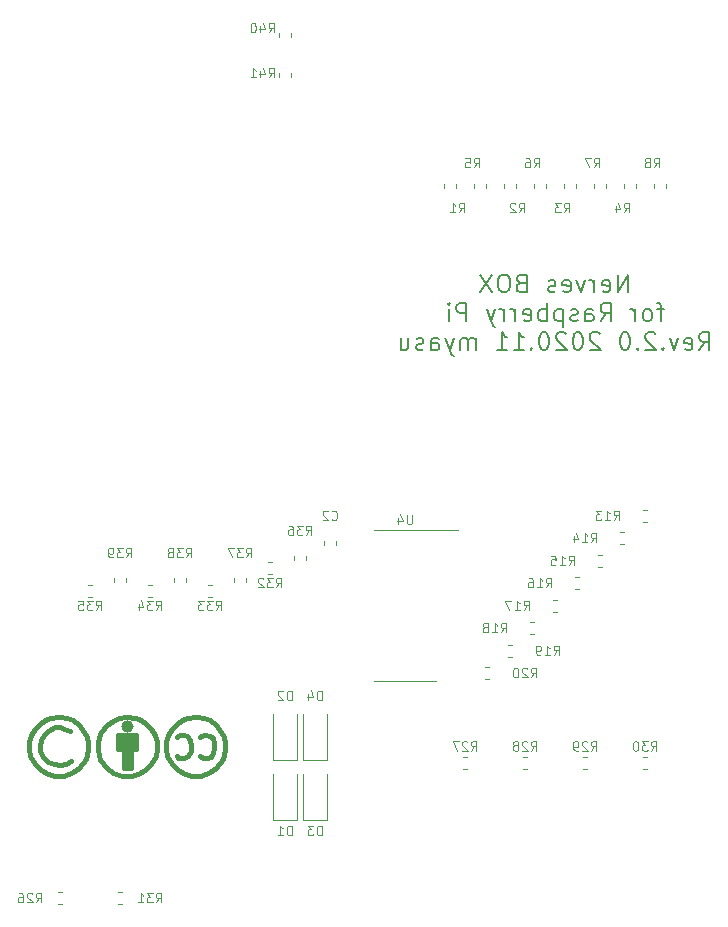
<source format=gbo>
G04 #@! TF.GenerationSoftware,KiCad,Pcbnew,(5.1.8)-1*
G04 #@! TF.CreationDate,2020-12-04T13:09:01+09:00*
G04 #@! TF.ProjectId,NBoxRpi,4e426f78-5270-4692-9e6b-696361645f70,Rev.2.1*
G04 #@! TF.SameCoordinates,Original*
G04 #@! TF.FileFunction,Legend,Bot*
G04 #@! TF.FilePolarity,Positive*
%FSLAX46Y46*%
G04 Gerber Fmt 4.6, Leading zero omitted, Abs format (unit mm)*
G04 Created by KiCad (PCBNEW (5.1.8)-1) date 2020-12-04 13:09:01*
%MOMM*%
%LPD*%
G01*
G04 APERTURE LIST*
%ADD10C,0.200000*%
%ADD11C,0.120000*%
%ADD12C,0.381000*%
G04 APERTURE END LIST*
D10*
X140798571Y-136658571D02*
X140798571Y-135158571D01*
X139941428Y-136658571D01*
X139941428Y-135158571D01*
X138655714Y-136587142D02*
X138798571Y-136658571D01*
X139084285Y-136658571D01*
X139227142Y-136587142D01*
X139298571Y-136444285D01*
X139298571Y-135872857D01*
X139227142Y-135730000D01*
X139084285Y-135658571D01*
X138798571Y-135658571D01*
X138655714Y-135730000D01*
X138584285Y-135872857D01*
X138584285Y-136015714D01*
X139298571Y-136158571D01*
X137941428Y-136658571D02*
X137941428Y-135658571D01*
X137941428Y-135944285D02*
X137870000Y-135801428D01*
X137798571Y-135730000D01*
X137655714Y-135658571D01*
X137512857Y-135658571D01*
X137155714Y-135658571D02*
X136798571Y-136658571D01*
X136441428Y-135658571D01*
X135298571Y-136587142D02*
X135441428Y-136658571D01*
X135727142Y-136658571D01*
X135870000Y-136587142D01*
X135941428Y-136444285D01*
X135941428Y-135872857D01*
X135870000Y-135730000D01*
X135727142Y-135658571D01*
X135441428Y-135658571D01*
X135298571Y-135730000D01*
X135227142Y-135872857D01*
X135227142Y-136015714D01*
X135941428Y-136158571D01*
X134655714Y-136587142D02*
X134512857Y-136658571D01*
X134227142Y-136658571D01*
X134084285Y-136587142D01*
X134012857Y-136444285D01*
X134012857Y-136372857D01*
X134084285Y-136230000D01*
X134227142Y-136158571D01*
X134441428Y-136158571D01*
X134584285Y-136087142D01*
X134655714Y-135944285D01*
X134655714Y-135872857D01*
X134584285Y-135730000D01*
X134441428Y-135658571D01*
X134227142Y-135658571D01*
X134084285Y-135730000D01*
X131727142Y-135872857D02*
X131512857Y-135944285D01*
X131441428Y-136015714D01*
X131370000Y-136158571D01*
X131370000Y-136372857D01*
X131441428Y-136515714D01*
X131512857Y-136587142D01*
X131655714Y-136658571D01*
X132227142Y-136658571D01*
X132227142Y-135158571D01*
X131727142Y-135158571D01*
X131584285Y-135230000D01*
X131512857Y-135301428D01*
X131441428Y-135444285D01*
X131441428Y-135587142D01*
X131512857Y-135730000D01*
X131584285Y-135801428D01*
X131727142Y-135872857D01*
X132227142Y-135872857D01*
X130441428Y-135158571D02*
X130155714Y-135158571D01*
X130012857Y-135230000D01*
X129870000Y-135372857D01*
X129798571Y-135658571D01*
X129798571Y-136158571D01*
X129870000Y-136444285D01*
X130012857Y-136587142D01*
X130155714Y-136658571D01*
X130441428Y-136658571D01*
X130584285Y-136587142D01*
X130727142Y-136444285D01*
X130798571Y-136158571D01*
X130798571Y-135658571D01*
X130727142Y-135372857D01*
X130584285Y-135230000D01*
X130441428Y-135158571D01*
X129298571Y-135158571D02*
X128298571Y-136658571D01*
X128298571Y-135158571D02*
X129298571Y-136658571D01*
X143834285Y-138108571D02*
X143262857Y-138108571D01*
X143620000Y-139108571D02*
X143620000Y-137822857D01*
X143548571Y-137680000D01*
X143405714Y-137608571D01*
X143262857Y-137608571D01*
X142548571Y-139108571D02*
X142691428Y-139037142D01*
X142762857Y-138965714D01*
X142834285Y-138822857D01*
X142834285Y-138394285D01*
X142762857Y-138251428D01*
X142691428Y-138180000D01*
X142548571Y-138108571D01*
X142334285Y-138108571D01*
X142191428Y-138180000D01*
X142120000Y-138251428D01*
X142048571Y-138394285D01*
X142048571Y-138822857D01*
X142120000Y-138965714D01*
X142191428Y-139037142D01*
X142334285Y-139108571D01*
X142548571Y-139108571D01*
X141405714Y-139108571D02*
X141405714Y-138108571D01*
X141405714Y-138394285D02*
X141334285Y-138251428D01*
X141262857Y-138180000D01*
X141120000Y-138108571D01*
X140977142Y-138108571D01*
X138477142Y-139108571D02*
X138977142Y-138394285D01*
X139334285Y-139108571D02*
X139334285Y-137608571D01*
X138762857Y-137608571D01*
X138620000Y-137680000D01*
X138548571Y-137751428D01*
X138477142Y-137894285D01*
X138477142Y-138108571D01*
X138548571Y-138251428D01*
X138620000Y-138322857D01*
X138762857Y-138394285D01*
X139334285Y-138394285D01*
X137191428Y-139108571D02*
X137191428Y-138322857D01*
X137262857Y-138180000D01*
X137405714Y-138108571D01*
X137691428Y-138108571D01*
X137834285Y-138180000D01*
X137191428Y-139037142D02*
X137334285Y-139108571D01*
X137691428Y-139108571D01*
X137834285Y-139037142D01*
X137905714Y-138894285D01*
X137905714Y-138751428D01*
X137834285Y-138608571D01*
X137691428Y-138537142D01*
X137334285Y-138537142D01*
X137191428Y-138465714D01*
X136548571Y-139037142D02*
X136405714Y-139108571D01*
X136120000Y-139108571D01*
X135977142Y-139037142D01*
X135905714Y-138894285D01*
X135905714Y-138822857D01*
X135977142Y-138680000D01*
X136120000Y-138608571D01*
X136334285Y-138608571D01*
X136477142Y-138537142D01*
X136548571Y-138394285D01*
X136548571Y-138322857D01*
X136477142Y-138180000D01*
X136334285Y-138108571D01*
X136120000Y-138108571D01*
X135977142Y-138180000D01*
X135262857Y-138108571D02*
X135262857Y-139608571D01*
X135262857Y-138180000D02*
X135120000Y-138108571D01*
X134834285Y-138108571D01*
X134691428Y-138180000D01*
X134620000Y-138251428D01*
X134548571Y-138394285D01*
X134548571Y-138822857D01*
X134620000Y-138965714D01*
X134691428Y-139037142D01*
X134834285Y-139108571D01*
X135120000Y-139108571D01*
X135262857Y-139037142D01*
X133905714Y-139108571D02*
X133905714Y-137608571D01*
X133905714Y-138180000D02*
X133762857Y-138108571D01*
X133477142Y-138108571D01*
X133334285Y-138180000D01*
X133262857Y-138251428D01*
X133191428Y-138394285D01*
X133191428Y-138822857D01*
X133262857Y-138965714D01*
X133334285Y-139037142D01*
X133477142Y-139108571D01*
X133762857Y-139108571D01*
X133905714Y-139037142D01*
X131977142Y-139037142D02*
X132120000Y-139108571D01*
X132405714Y-139108571D01*
X132548571Y-139037142D01*
X132620000Y-138894285D01*
X132620000Y-138322857D01*
X132548571Y-138180000D01*
X132405714Y-138108571D01*
X132120000Y-138108571D01*
X131977142Y-138180000D01*
X131905714Y-138322857D01*
X131905714Y-138465714D01*
X132620000Y-138608571D01*
X131262857Y-139108571D02*
X131262857Y-138108571D01*
X131262857Y-138394285D02*
X131191428Y-138251428D01*
X131120000Y-138180000D01*
X130977142Y-138108571D01*
X130834285Y-138108571D01*
X130334285Y-139108571D02*
X130334285Y-138108571D01*
X130334285Y-138394285D02*
X130262857Y-138251428D01*
X130191428Y-138180000D01*
X130048571Y-138108571D01*
X129905714Y-138108571D01*
X129548571Y-138108571D02*
X129191428Y-139108571D01*
X128834285Y-138108571D02*
X129191428Y-139108571D01*
X129334285Y-139465714D01*
X129405714Y-139537142D01*
X129548571Y-139608571D01*
X127120000Y-139108571D02*
X127120000Y-137608571D01*
X126548571Y-137608571D01*
X126405714Y-137680000D01*
X126334285Y-137751428D01*
X126262857Y-137894285D01*
X126262857Y-138108571D01*
X126334285Y-138251428D01*
X126405714Y-138322857D01*
X126548571Y-138394285D01*
X127120000Y-138394285D01*
X125620000Y-139108571D02*
X125620000Y-138108571D01*
X125620000Y-137608571D02*
X125691428Y-137680000D01*
X125620000Y-137751428D01*
X125548571Y-137680000D01*
X125620000Y-137608571D01*
X125620000Y-137751428D01*
X146834285Y-141558571D02*
X147334285Y-140844285D01*
X147691428Y-141558571D02*
X147691428Y-140058571D01*
X147120000Y-140058571D01*
X146977142Y-140130000D01*
X146905714Y-140201428D01*
X146834285Y-140344285D01*
X146834285Y-140558571D01*
X146905714Y-140701428D01*
X146977142Y-140772857D01*
X147120000Y-140844285D01*
X147691428Y-140844285D01*
X145620000Y-141487142D02*
X145762857Y-141558571D01*
X146048571Y-141558571D01*
X146191428Y-141487142D01*
X146262857Y-141344285D01*
X146262857Y-140772857D01*
X146191428Y-140630000D01*
X146048571Y-140558571D01*
X145762857Y-140558571D01*
X145620000Y-140630000D01*
X145548571Y-140772857D01*
X145548571Y-140915714D01*
X146262857Y-141058571D01*
X145048571Y-140558571D02*
X144691428Y-141558571D01*
X144334285Y-140558571D01*
X143762857Y-141415714D02*
X143691428Y-141487142D01*
X143762857Y-141558571D01*
X143834285Y-141487142D01*
X143762857Y-141415714D01*
X143762857Y-141558571D01*
X143120000Y-140201428D02*
X143048571Y-140130000D01*
X142905714Y-140058571D01*
X142548571Y-140058571D01*
X142405714Y-140130000D01*
X142334285Y-140201428D01*
X142262857Y-140344285D01*
X142262857Y-140487142D01*
X142334285Y-140701428D01*
X143191428Y-141558571D01*
X142262857Y-141558571D01*
X141620000Y-141415714D02*
X141548571Y-141487142D01*
X141620000Y-141558571D01*
X141691428Y-141487142D01*
X141620000Y-141415714D01*
X141620000Y-141558571D01*
X140620000Y-140058571D02*
X140477142Y-140058571D01*
X140334285Y-140130000D01*
X140262857Y-140201428D01*
X140191428Y-140344285D01*
X140120000Y-140630000D01*
X140120000Y-140987142D01*
X140191428Y-141272857D01*
X140262857Y-141415714D01*
X140334285Y-141487142D01*
X140477142Y-141558571D01*
X140620000Y-141558571D01*
X140762857Y-141487142D01*
X140834285Y-141415714D01*
X140905714Y-141272857D01*
X140977142Y-140987142D01*
X140977142Y-140630000D01*
X140905714Y-140344285D01*
X140834285Y-140201428D01*
X140762857Y-140130000D01*
X140620000Y-140058571D01*
X138405714Y-140201428D02*
X138334285Y-140130000D01*
X138191428Y-140058571D01*
X137834285Y-140058571D01*
X137691428Y-140130000D01*
X137620000Y-140201428D01*
X137548571Y-140344285D01*
X137548571Y-140487142D01*
X137620000Y-140701428D01*
X138477142Y-141558571D01*
X137548571Y-141558571D01*
X136620000Y-140058571D02*
X136477142Y-140058571D01*
X136334285Y-140130000D01*
X136262857Y-140201428D01*
X136191428Y-140344285D01*
X136120000Y-140630000D01*
X136120000Y-140987142D01*
X136191428Y-141272857D01*
X136262857Y-141415714D01*
X136334285Y-141487142D01*
X136477142Y-141558571D01*
X136620000Y-141558571D01*
X136762857Y-141487142D01*
X136834285Y-141415714D01*
X136905714Y-141272857D01*
X136977142Y-140987142D01*
X136977142Y-140630000D01*
X136905714Y-140344285D01*
X136834285Y-140201428D01*
X136762857Y-140130000D01*
X136620000Y-140058571D01*
X135548571Y-140201428D02*
X135477142Y-140130000D01*
X135334285Y-140058571D01*
X134977142Y-140058571D01*
X134834285Y-140130000D01*
X134762857Y-140201428D01*
X134691428Y-140344285D01*
X134691428Y-140487142D01*
X134762857Y-140701428D01*
X135620000Y-141558571D01*
X134691428Y-141558571D01*
X133762857Y-140058571D02*
X133620000Y-140058571D01*
X133477142Y-140130000D01*
X133405714Y-140201428D01*
X133334285Y-140344285D01*
X133262857Y-140630000D01*
X133262857Y-140987142D01*
X133334285Y-141272857D01*
X133405714Y-141415714D01*
X133477142Y-141487142D01*
X133620000Y-141558571D01*
X133762857Y-141558571D01*
X133905714Y-141487142D01*
X133977142Y-141415714D01*
X134048571Y-141272857D01*
X134120000Y-140987142D01*
X134120000Y-140630000D01*
X134048571Y-140344285D01*
X133977142Y-140201428D01*
X133905714Y-140130000D01*
X133762857Y-140058571D01*
X132620000Y-141415714D02*
X132548571Y-141487142D01*
X132620000Y-141558571D01*
X132691428Y-141487142D01*
X132620000Y-141415714D01*
X132620000Y-141558571D01*
X131120000Y-141558571D02*
X131977142Y-141558571D01*
X131548571Y-141558571D02*
X131548571Y-140058571D01*
X131691428Y-140272857D01*
X131834285Y-140415714D01*
X131977142Y-140487142D01*
X129691428Y-141558571D02*
X130548571Y-141558571D01*
X130120000Y-141558571D02*
X130120000Y-140058571D01*
X130262857Y-140272857D01*
X130405714Y-140415714D01*
X130548571Y-140487142D01*
X127905714Y-141558571D02*
X127905714Y-140558571D01*
X127905714Y-140701428D02*
X127834285Y-140630000D01*
X127691428Y-140558571D01*
X127477142Y-140558571D01*
X127334285Y-140630000D01*
X127262857Y-140772857D01*
X127262857Y-141558571D01*
X127262857Y-140772857D02*
X127191428Y-140630000D01*
X127048571Y-140558571D01*
X126834285Y-140558571D01*
X126691428Y-140630000D01*
X126620000Y-140772857D01*
X126620000Y-141558571D01*
X126048571Y-140558571D02*
X125691428Y-141558571D01*
X125334285Y-140558571D02*
X125691428Y-141558571D01*
X125834285Y-141915714D01*
X125905714Y-141987142D01*
X126048571Y-142058571D01*
X124120000Y-141558571D02*
X124120000Y-140772857D01*
X124191428Y-140630000D01*
X124334285Y-140558571D01*
X124620000Y-140558571D01*
X124762857Y-140630000D01*
X124120000Y-141487142D02*
X124262857Y-141558571D01*
X124620000Y-141558571D01*
X124762857Y-141487142D01*
X124834285Y-141344285D01*
X124834285Y-141201428D01*
X124762857Y-141058571D01*
X124620000Y-140987142D01*
X124262857Y-140987142D01*
X124120000Y-140915714D01*
X123477142Y-141487142D02*
X123334285Y-141558571D01*
X123048571Y-141558571D01*
X122905714Y-141487142D01*
X122834285Y-141344285D01*
X122834285Y-141272857D01*
X122905714Y-141130000D01*
X123048571Y-141058571D01*
X123262857Y-141058571D01*
X123405714Y-140987142D01*
X123477142Y-140844285D01*
X123477142Y-140772857D01*
X123405714Y-140630000D01*
X123262857Y-140558571D01*
X123048571Y-140558571D01*
X122905714Y-140630000D01*
X121548571Y-140558571D02*
X121548571Y-141558571D01*
X122191428Y-140558571D02*
X122191428Y-141344285D01*
X122120000Y-141487142D01*
X121977142Y-141558571D01*
X121762857Y-141558571D01*
X121620000Y-141487142D01*
X121548571Y-141415714D01*
D11*
G04 #@! TO.C,R41*
X112270000Y-118113733D02*
X112270000Y-118456267D01*
X111250000Y-118113733D02*
X111250000Y-118456267D01*
G04 #@! TO.C,R40*
X111250000Y-115041267D02*
X111250000Y-114698733D01*
X112270000Y-115041267D02*
X112270000Y-114698733D01*
G04 #@! TO.C,R39*
X97280000Y-160878733D02*
X97280000Y-161221267D01*
X98300000Y-160878733D02*
X98300000Y-161221267D01*
G04 #@! TO.C,R38*
X102360000Y-160878733D02*
X102360000Y-161221267D01*
X103380000Y-160878733D02*
X103380000Y-161221267D01*
G04 #@! TO.C,R37*
X107440000Y-160878733D02*
X107440000Y-161221267D01*
X108460000Y-160878733D02*
X108460000Y-161221267D01*
G04 #@! TO.C,R36*
X112520000Y-158973733D02*
X112520000Y-159316267D01*
X113540000Y-158973733D02*
X113540000Y-159316267D01*
G04 #@! TO.C,R35*
X95421267Y-161415000D02*
X95078733Y-161415000D01*
X95421267Y-162435000D02*
X95078733Y-162435000D01*
G04 #@! TO.C,R34*
X100501267Y-161415000D02*
X100158733Y-161415000D01*
X100501267Y-162435000D02*
X100158733Y-162435000D01*
G04 #@! TO.C,R33*
X105581267Y-161415000D02*
X105238733Y-161415000D01*
X105581267Y-162435000D02*
X105238733Y-162435000D01*
G04 #@! TO.C,R32*
X110661267Y-159510000D02*
X110318733Y-159510000D01*
X110661267Y-160530000D02*
X110318733Y-160530000D01*
G04 #@! TO.C,R20*
X128733733Y-168400000D02*
X129076267Y-168400000D01*
X128733733Y-169420000D02*
X129076267Y-169420000D01*
G04 #@! TO.C,R19*
X130638733Y-166495000D02*
X130981267Y-166495000D01*
X130638733Y-167515000D02*
X130981267Y-167515000D01*
G04 #@! TO.C,R18*
X132543733Y-164590000D02*
X132886267Y-164590000D01*
X132543733Y-165610000D02*
X132886267Y-165610000D01*
G04 #@! TO.C,R17*
X134448733Y-162685000D02*
X134791267Y-162685000D01*
X134448733Y-163705000D02*
X134791267Y-163705000D01*
G04 #@! TO.C,R16*
X136353733Y-160780000D02*
X136696267Y-160780000D01*
X136353733Y-161800000D02*
X136696267Y-161800000D01*
G04 #@! TO.C,R15*
X138258733Y-158875000D02*
X138601267Y-158875000D01*
X138258733Y-159895000D02*
X138601267Y-159895000D01*
G04 #@! TO.C,R14*
X140163733Y-156970000D02*
X140506267Y-156970000D01*
X140163733Y-157990000D02*
X140506267Y-157990000D01*
G04 #@! TO.C,R13*
X142068733Y-155065000D02*
X142411267Y-155065000D01*
X142068733Y-156085000D02*
X142411267Y-156085000D01*
G04 #@! TO.C,R31*
X97618733Y-187450000D02*
X97961267Y-187450000D01*
X97618733Y-188470000D02*
X97961267Y-188470000D01*
G04 #@! TO.C,R26*
X92538733Y-187450000D02*
X92881267Y-187450000D01*
X92538733Y-188470000D02*
X92881267Y-188470000D01*
G04 #@! TO.C,R8*
X144020000Y-127463733D02*
X144020000Y-127806267D01*
X143000000Y-127463733D02*
X143000000Y-127806267D01*
G04 #@! TO.C,R7*
X138940000Y-127463733D02*
X138940000Y-127806267D01*
X137920000Y-127463733D02*
X137920000Y-127806267D01*
G04 #@! TO.C,R6*
X133860000Y-127463733D02*
X133860000Y-127806267D01*
X132840000Y-127463733D02*
X132840000Y-127806267D01*
G04 #@! TO.C,R5*
X128780000Y-127463733D02*
X128780000Y-127806267D01*
X127760000Y-127463733D02*
X127760000Y-127806267D01*
G04 #@! TO.C,D4*
X115300000Y-176240000D02*
X115300000Y-172340000D01*
X113300000Y-176240000D02*
X113300000Y-172340000D01*
X115300000Y-176240000D02*
X113300000Y-176240000D01*
G04 #@! TO.C,D3*
X115300000Y-181320000D02*
X115300000Y-177420000D01*
X113300000Y-181320000D02*
X113300000Y-177420000D01*
X115300000Y-181320000D02*
X113300000Y-181320000D01*
G04 #@! TO.C,D2*
X112760000Y-176240000D02*
X112760000Y-172340000D01*
X110760000Y-176240000D02*
X110760000Y-172340000D01*
X112760000Y-176240000D02*
X110760000Y-176240000D01*
G04 #@! TO.C,D1*
X112760000Y-181320000D02*
X112760000Y-177420000D01*
X110760000Y-181320000D02*
X110760000Y-177420000D01*
X112760000Y-181320000D02*
X110760000Y-181320000D01*
D12*
G04 #@! TO.C,H2*
X102679360Y-177108180D02*
X102181520Y-176610340D01*
X106380140Y-173910320D02*
X106580800Y-174309100D01*
X102181520Y-173608060D02*
X102679360Y-173110220D01*
X103781720Y-175507980D02*
X103581060Y-175909300D01*
X105780700Y-174809480D02*
X105780700Y-175208260D01*
X101681140Y-174710420D02*
X101879260Y-174108440D01*
X104579280Y-174309100D02*
X104680880Y-174210040D01*
X105480980Y-176008360D02*
X105181260Y-176109960D01*
X104779940Y-176109960D02*
X104579280Y-175909300D01*
X103880780Y-177608560D02*
X103281340Y-177410440D01*
X103179740Y-172807960D02*
X103581060Y-172708900D01*
X103581060Y-172708900D02*
X104180500Y-172609840D01*
X103479460Y-174210040D02*
X103680120Y-174608820D01*
X103281340Y-177410440D02*
X102679360Y-177108180D01*
X102679360Y-174210040D02*
X102880020Y-174108440D01*
X102880020Y-174108440D02*
X103179740Y-174108440D01*
X106679860Y-175408920D02*
X106481740Y-176209020D01*
X101681140Y-175309860D02*
X101681140Y-174710420D01*
X102981620Y-176109960D02*
X102679360Y-176109960D01*
X103179740Y-176109960D02*
X102981620Y-176109960D01*
X105879760Y-176910060D02*
X105379380Y-177308840D01*
X104680880Y-174210040D02*
X104980600Y-174108440D01*
X104279560Y-172609840D02*
X104881540Y-172708900D01*
X102580300Y-174309100D02*
X102679360Y-174210040D01*
X105379380Y-177308840D02*
X104680880Y-177608560D01*
X104680880Y-177608560D02*
X103880780Y-177608560D01*
X103581060Y-175909300D02*
X103179740Y-176109960D01*
X106679860Y-174809480D02*
X106679860Y-175408920D01*
X105681640Y-175708640D02*
X105480980Y-176008360D01*
X105379380Y-172909560D02*
X105879760Y-173308340D01*
X102181520Y-176610340D02*
X101780200Y-175909300D01*
X105379380Y-174210040D02*
X105681640Y-174408160D01*
X104881540Y-172708900D02*
X105379380Y-172909560D01*
X104980600Y-174108440D02*
X105379380Y-174210040D01*
X106580800Y-174309100D02*
X106679860Y-174809480D01*
X102679360Y-176109960D02*
X102580300Y-175909300D01*
X105780700Y-175208260D02*
X105681640Y-175708640D01*
X101780200Y-175909300D02*
X101681140Y-175309860D01*
X101879260Y-174108440D02*
X102181520Y-173608060D01*
X105879760Y-173308340D02*
X106380140Y-173910320D01*
X105181260Y-176109960D02*
X104779940Y-176109960D01*
X104180500Y-172609840D02*
X104279560Y-172609840D01*
X102679360Y-173110220D02*
X103179740Y-172807960D01*
X106481740Y-176209020D02*
X105879760Y-176910060D01*
X103680120Y-174608820D02*
X103781720Y-175109200D01*
X103781720Y-175109200D02*
X103781720Y-175507980D01*
X103179740Y-174108440D02*
X103479460Y-174210040D01*
X105681640Y-174408160D02*
X105780700Y-174809480D01*
X93083380Y-173606460D02*
X93583760Y-173807120D01*
X94282260Y-173306740D02*
X94782640Y-173908720D01*
X90982800Y-175506380D02*
X90982800Y-175107600D01*
X91282520Y-176006760D02*
X90982800Y-175506380D01*
X90982800Y-175107600D02*
X91081860Y-174607220D01*
X91081860Y-174607220D02*
X91384120Y-174106840D01*
X91384120Y-174106840D02*
X91683840Y-173807120D01*
X91683840Y-173807120D02*
X92283280Y-173507400D01*
X91683840Y-176408080D02*
X91282520Y-176006760D01*
X92283280Y-173507400D02*
X92682060Y-173507400D01*
X92583000Y-172608240D02*
X92682060Y-172608240D01*
X92184220Y-176608740D02*
X91683840Y-176408080D01*
X93781880Y-172907960D02*
X94282260Y-173306740D01*
X92682060Y-176707800D02*
X92184220Y-176608740D01*
X92682060Y-173507400D02*
X93083380Y-173606460D01*
X93284040Y-172707300D02*
X93781880Y-172907960D01*
X94782640Y-173908720D02*
X94983300Y-174307500D01*
X92682060Y-172608240D02*
X93284040Y-172707300D01*
X94983300Y-174307500D02*
X95082360Y-174807880D01*
X95082360Y-174807880D02*
X95082360Y-175407320D01*
X93682820Y-176306480D02*
X93182440Y-176608740D01*
X93182440Y-176608740D02*
X92682060Y-176707800D01*
X95082360Y-175407320D02*
X94884240Y-176207420D01*
X94884240Y-176207420D02*
X94282260Y-176908460D01*
X94282260Y-176908460D02*
X93781880Y-177307240D01*
X90083640Y-174708820D02*
X90281760Y-174106840D01*
X92283280Y-177606960D02*
X91683840Y-177408840D01*
X91081860Y-177106580D02*
X90584020Y-176608740D01*
X91081860Y-173108620D02*
X91582240Y-172806360D01*
X90584020Y-173606460D02*
X91081860Y-173108620D01*
X90083640Y-175308260D02*
X90083640Y-174708820D01*
X91983560Y-172707300D02*
X92583000Y-172608240D01*
X93083380Y-177606960D02*
X92283280Y-177606960D01*
X90281760Y-174106840D02*
X90584020Y-173606460D01*
X91582240Y-172806360D02*
X91983560Y-172707300D01*
X93781880Y-177307240D02*
X93083380Y-177606960D01*
X90182700Y-175907700D02*
X90083640Y-175308260D01*
X91683840Y-177408840D02*
X91081860Y-177106580D01*
X90584020Y-176608740D02*
X90182700Y-175907700D01*
X96725740Y-176926240D02*
X97226120Y-177325020D01*
X97624900Y-174124620D02*
X99126040Y-174124620D01*
X99126040Y-174124620D02*
X99126040Y-175326040D01*
X98740666Y-173426120D02*
G75*
G03*
X98740666Y-173426120I-315666J0D01*
G01*
X98724720Y-177624740D02*
X99324160Y-177426620D01*
X98325940Y-172626020D02*
X97723960Y-172725080D01*
X98125280Y-176926240D02*
X98625660Y-176926240D01*
X98125280Y-175425100D02*
X98125280Y-176926240D01*
X96024700Y-174325280D02*
X95925640Y-174825660D01*
X96123760Y-176225200D02*
X96725740Y-176926240D01*
X100423980Y-176626520D02*
X100825300Y-175925480D01*
X98724720Y-176926240D02*
X98724720Y-175326040D01*
X95925640Y-175425100D02*
X96123760Y-176225200D01*
X97924620Y-177624740D02*
X98724720Y-177624740D01*
X100924360Y-175326040D02*
X100924360Y-174726600D01*
X99926140Y-173126400D02*
X99425760Y-172824140D01*
X97723960Y-172725080D02*
X97226120Y-172925740D01*
X99425760Y-172824140D02*
X99024440Y-172725080D01*
X99024440Y-172725080D02*
X98425000Y-172626020D01*
X96725740Y-173324520D02*
X96225360Y-173926500D01*
X98425000Y-175425100D02*
X98425000Y-176725580D01*
X98925380Y-174726600D02*
X97723960Y-174726600D01*
X97723960Y-174424340D02*
X99024440Y-174424340D01*
X98524060Y-176926240D02*
X98724720Y-176926240D01*
X99126040Y-175326040D02*
X97624900Y-175326040D01*
X97624900Y-175326040D02*
X97624900Y-174124620D01*
X96225360Y-173926500D02*
X96024700Y-174325280D01*
X99926140Y-177124360D02*
X100423980Y-176626520D01*
X100924360Y-174726600D02*
X100726240Y-174124620D01*
X100726240Y-174124620D02*
X100423980Y-173624240D01*
X97624900Y-175026320D02*
X98925380Y-175026320D01*
X99324160Y-177426620D02*
X99926140Y-177124360D01*
X98425000Y-172626020D02*
X98325940Y-172626020D01*
X100825300Y-175925480D02*
X100924360Y-175326040D01*
X97226120Y-177325020D02*
X97924620Y-177624740D01*
X100423980Y-173624240D02*
X99926140Y-173126400D01*
X97226120Y-172925740D02*
X96725740Y-173324520D01*
X95925640Y-174825660D02*
X95925640Y-175425100D01*
X98425000Y-173225460D02*
X98425000Y-173624240D01*
D11*
G04 #@! TO.C,U4*
X121920000Y-156785000D02*
X126370000Y-156785000D01*
X121920000Y-156785000D02*
X119270000Y-156785000D01*
X121920000Y-169605000D02*
X124570000Y-169605000D01*
X121920000Y-169605000D02*
X119270000Y-169605000D01*
G04 #@! TO.C,R30*
X142411267Y-177040000D02*
X142068733Y-177040000D01*
X142411267Y-176020000D02*
X142068733Y-176020000D01*
G04 #@! TO.C,R29*
X137331267Y-177040000D02*
X136988733Y-177040000D01*
X137331267Y-176020000D02*
X136988733Y-176020000D01*
G04 #@! TO.C,R28*
X132251267Y-177040000D02*
X131908733Y-177040000D01*
X132251267Y-176020000D02*
X131908733Y-176020000D01*
G04 #@! TO.C,R27*
X127171267Y-177040000D02*
X126828733Y-177040000D01*
X127171267Y-176020000D02*
X126828733Y-176020000D01*
G04 #@! TO.C,R4*
X140460000Y-127806267D02*
X140460000Y-127463733D01*
X141480000Y-127806267D02*
X141480000Y-127463733D01*
G04 #@! TO.C,R3*
X135380000Y-127806267D02*
X135380000Y-127463733D01*
X136400000Y-127806267D02*
X136400000Y-127463733D01*
G04 #@! TO.C,R2*
X130300000Y-127806267D02*
X130300000Y-127463733D01*
X131320000Y-127806267D02*
X131320000Y-127463733D01*
G04 #@! TO.C,R1*
X125220000Y-127806267D02*
X125220000Y-127463733D01*
X126240000Y-127806267D02*
X126240000Y-127463733D01*
G04 #@! TO.C,C2*
X116080000Y-157703733D02*
X116080000Y-158046267D01*
X115060000Y-157703733D02*
X115060000Y-158046267D01*
G04 #@! TO.C,R41*
X110369285Y-118471904D02*
X110635952Y-118090952D01*
X110826428Y-118471904D02*
X110826428Y-117671904D01*
X110521666Y-117671904D01*
X110445476Y-117710000D01*
X110407380Y-117748095D01*
X110369285Y-117824285D01*
X110369285Y-117938571D01*
X110407380Y-118014761D01*
X110445476Y-118052857D01*
X110521666Y-118090952D01*
X110826428Y-118090952D01*
X109683571Y-117938571D02*
X109683571Y-118471904D01*
X109874047Y-117633809D02*
X110064523Y-118205238D01*
X109569285Y-118205238D01*
X108845476Y-118471904D02*
X109302619Y-118471904D01*
X109074047Y-118471904D02*
X109074047Y-117671904D01*
X109150238Y-117786190D01*
X109226428Y-117862380D01*
X109302619Y-117900476D01*
G04 #@! TO.C,R40*
X110369285Y-114661904D02*
X110635952Y-114280952D01*
X110826428Y-114661904D02*
X110826428Y-113861904D01*
X110521666Y-113861904D01*
X110445476Y-113900000D01*
X110407380Y-113938095D01*
X110369285Y-114014285D01*
X110369285Y-114128571D01*
X110407380Y-114204761D01*
X110445476Y-114242857D01*
X110521666Y-114280952D01*
X110826428Y-114280952D01*
X109683571Y-114128571D02*
X109683571Y-114661904D01*
X109874047Y-113823809D02*
X110064523Y-114395238D01*
X109569285Y-114395238D01*
X109112142Y-113861904D02*
X109035952Y-113861904D01*
X108959761Y-113900000D01*
X108921666Y-113938095D01*
X108883571Y-114014285D01*
X108845476Y-114166666D01*
X108845476Y-114357142D01*
X108883571Y-114509523D01*
X108921666Y-114585714D01*
X108959761Y-114623809D01*
X109035952Y-114661904D01*
X109112142Y-114661904D01*
X109188333Y-114623809D01*
X109226428Y-114585714D01*
X109264523Y-114509523D01*
X109302619Y-114357142D01*
X109302619Y-114166666D01*
X109264523Y-114014285D01*
X109226428Y-113938095D01*
X109188333Y-113900000D01*
X109112142Y-113861904D01*
G04 #@! TO.C,R39*
X98304285Y-159111904D02*
X98570952Y-158730952D01*
X98761428Y-159111904D02*
X98761428Y-158311904D01*
X98456666Y-158311904D01*
X98380476Y-158350000D01*
X98342380Y-158388095D01*
X98304285Y-158464285D01*
X98304285Y-158578571D01*
X98342380Y-158654761D01*
X98380476Y-158692857D01*
X98456666Y-158730952D01*
X98761428Y-158730952D01*
X98037619Y-158311904D02*
X97542380Y-158311904D01*
X97809047Y-158616666D01*
X97694761Y-158616666D01*
X97618571Y-158654761D01*
X97580476Y-158692857D01*
X97542380Y-158769047D01*
X97542380Y-158959523D01*
X97580476Y-159035714D01*
X97618571Y-159073809D01*
X97694761Y-159111904D01*
X97923333Y-159111904D01*
X97999523Y-159073809D01*
X98037619Y-159035714D01*
X97161428Y-159111904D02*
X97009047Y-159111904D01*
X96932857Y-159073809D01*
X96894761Y-159035714D01*
X96818571Y-158921428D01*
X96780476Y-158769047D01*
X96780476Y-158464285D01*
X96818571Y-158388095D01*
X96856666Y-158350000D01*
X96932857Y-158311904D01*
X97085238Y-158311904D01*
X97161428Y-158350000D01*
X97199523Y-158388095D01*
X97237619Y-158464285D01*
X97237619Y-158654761D01*
X97199523Y-158730952D01*
X97161428Y-158769047D01*
X97085238Y-158807142D01*
X96932857Y-158807142D01*
X96856666Y-158769047D01*
X96818571Y-158730952D01*
X96780476Y-158654761D01*
G04 #@! TO.C,R38*
X103384285Y-159111904D02*
X103650952Y-158730952D01*
X103841428Y-159111904D02*
X103841428Y-158311904D01*
X103536666Y-158311904D01*
X103460476Y-158350000D01*
X103422380Y-158388095D01*
X103384285Y-158464285D01*
X103384285Y-158578571D01*
X103422380Y-158654761D01*
X103460476Y-158692857D01*
X103536666Y-158730952D01*
X103841428Y-158730952D01*
X103117619Y-158311904D02*
X102622380Y-158311904D01*
X102889047Y-158616666D01*
X102774761Y-158616666D01*
X102698571Y-158654761D01*
X102660476Y-158692857D01*
X102622380Y-158769047D01*
X102622380Y-158959523D01*
X102660476Y-159035714D01*
X102698571Y-159073809D01*
X102774761Y-159111904D01*
X103003333Y-159111904D01*
X103079523Y-159073809D01*
X103117619Y-159035714D01*
X102165238Y-158654761D02*
X102241428Y-158616666D01*
X102279523Y-158578571D01*
X102317619Y-158502380D01*
X102317619Y-158464285D01*
X102279523Y-158388095D01*
X102241428Y-158350000D01*
X102165238Y-158311904D01*
X102012857Y-158311904D01*
X101936666Y-158350000D01*
X101898571Y-158388095D01*
X101860476Y-158464285D01*
X101860476Y-158502380D01*
X101898571Y-158578571D01*
X101936666Y-158616666D01*
X102012857Y-158654761D01*
X102165238Y-158654761D01*
X102241428Y-158692857D01*
X102279523Y-158730952D01*
X102317619Y-158807142D01*
X102317619Y-158959523D01*
X102279523Y-159035714D01*
X102241428Y-159073809D01*
X102165238Y-159111904D01*
X102012857Y-159111904D01*
X101936666Y-159073809D01*
X101898571Y-159035714D01*
X101860476Y-158959523D01*
X101860476Y-158807142D01*
X101898571Y-158730952D01*
X101936666Y-158692857D01*
X102012857Y-158654761D01*
G04 #@! TO.C,R37*
X108464285Y-159111904D02*
X108730952Y-158730952D01*
X108921428Y-159111904D02*
X108921428Y-158311904D01*
X108616666Y-158311904D01*
X108540476Y-158350000D01*
X108502380Y-158388095D01*
X108464285Y-158464285D01*
X108464285Y-158578571D01*
X108502380Y-158654761D01*
X108540476Y-158692857D01*
X108616666Y-158730952D01*
X108921428Y-158730952D01*
X108197619Y-158311904D02*
X107702380Y-158311904D01*
X107969047Y-158616666D01*
X107854761Y-158616666D01*
X107778571Y-158654761D01*
X107740476Y-158692857D01*
X107702380Y-158769047D01*
X107702380Y-158959523D01*
X107740476Y-159035714D01*
X107778571Y-159073809D01*
X107854761Y-159111904D01*
X108083333Y-159111904D01*
X108159523Y-159073809D01*
X108197619Y-159035714D01*
X107435714Y-158311904D02*
X106902380Y-158311904D01*
X107245238Y-159111904D01*
G04 #@! TO.C,R36*
X113544285Y-157206904D02*
X113810952Y-156825952D01*
X114001428Y-157206904D02*
X114001428Y-156406904D01*
X113696666Y-156406904D01*
X113620476Y-156445000D01*
X113582380Y-156483095D01*
X113544285Y-156559285D01*
X113544285Y-156673571D01*
X113582380Y-156749761D01*
X113620476Y-156787857D01*
X113696666Y-156825952D01*
X114001428Y-156825952D01*
X113277619Y-156406904D02*
X112782380Y-156406904D01*
X113049047Y-156711666D01*
X112934761Y-156711666D01*
X112858571Y-156749761D01*
X112820476Y-156787857D01*
X112782380Y-156864047D01*
X112782380Y-157054523D01*
X112820476Y-157130714D01*
X112858571Y-157168809D01*
X112934761Y-157206904D01*
X113163333Y-157206904D01*
X113239523Y-157168809D01*
X113277619Y-157130714D01*
X112096666Y-156406904D02*
X112249047Y-156406904D01*
X112325238Y-156445000D01*
X112363333Y-156483095D01*
X112439523Y-156597380D01*
X112477619Y-156749761D01*
X112477619Y-157054523D01*
X112439523Y-157130714D01*
X112401428Y-157168809D01*
X112325238Y-157206904D01*
X112172857Y-157206904D01*
X112096666Y-157168809D01*
X112058571Y-157130714D01*
X112020476Y-157054523D01*
X112020476Y-156864047D01*
X112058571Y-156787857D01*
X112096666Y-156749761D01*
X112172857Y-156711666D01*
X112325238Y-156711666D01*
X112401428Y-156749761D01*
X112439523Y-156787857D01*
X112477619Y-156864047D01*
G04 #@! TO.C,R35*
X95764285Y-163556904D02*
X96030952Y-163175952D01*
X96221428Y-163556904D02*
X96221428Y-162756904D01*
X95916666Y-162756904D01*
X95840476Y-162795000D01*
X95802380Y-162833095D01*
X95764285Y-162909285D01*
X95764285Y-163023571D01*
X95802380Y-163099761D01*
X95840476Y-163137857D01*
X95916666Y-163175952D01*
X96221428Y-163175952D01*
X95497619Y-162756904D02*
X95002380Y-162756904D01*
X95269047Y-163061666D01*
X95154761Y-163061666D01*
X95078571Y-163099761D01*
X95040476Y-163137857D01*
X95002380Y-163214047D01*
X95002380Y-163404523D01*
X95040476Y-163480714D01*
X95078571Y-163518809D01*
X95154761Y-163556904D01*
X95383333Y-163556904D01*
X95459523Y-163518809D01*
X95497619Y-163480714D01*
X94278571Y-162756904D02*
X94659523Y-162756904D01*
X94697619Y-163137857D01*
X94659523Y-163099761D01*
X94583333Y-163061666D01*
X94392857Y-163061666D01*
X94316666Y-163099761D01*
X94278571Y-163137857D01*
X94240476Y-163214047D01*
X94240476Y-163404523D01*
X94278571Y-163480714D01*
X94316666Y-163518809D01*
X94392857Y-163556904D01*
X94583333Y-163556904D01*
X94659523Y-163518809D01*
X94697619Y-163480714D01*
G04 #@! TO.C,R34*
X100844285Y-163556904D02*
X101110952Y-163175952D01*
X101301428Y-163556904D02*
X101301428Y-162756904D01*
X100996666Y-162756904D01*
X100920476Y-162795000D01*
X100882380Y-162833095D01*
X100844285Y-162909285D01*
X100844285Y-163023571D01*
X100882380Y-163099761D01*
X100920476Y-163137857D01*
X100996666Y-163175952D01*
X101301428Y-163175952D01*
X100577619Y-162756904D02*
X100082380Y-162756904D01*
X100349047Y-163061666D01*
X100234761Y-163061666D01*
X100158571Y-163099761D01*
X100120476Y-163137857D01*
X100082380Y-163214047D01*
X100082380Y-163404523D01*
X100120476Y-163480714D01*
X100158571Y-163518809D01*
X100234761Y-163556904D01*
X100463333Y-163556904D01*
X100539523Y-163518809D01*
X100577619Y-163480714D01*
X99396666Y-163023571D02*
X99396666Y-163556904D01*
X99587142Y-162718809D02*
X99777619Y-163290238D01*
X99282380Y-163290238D01*
G04 #@! TO.C,R33*
X105924285Y-163556904D02*
X106190952Y-163175952D01*
X106381428Y-163556904D02*
X106381428Y-162756904D01*
X106076666Y-162756904D01*
X106000476Y-162795000D01*
X105962380Y-162833095D01*
X105924285Y-162909285D01*
X105924285Y-163023571D01*
X105962380Y-163099761D01*
X106000476Y-163137857D01*
X106076666Y-163175952D01*
X106381428Y-163175952D01*
X105657619Y-162756904D02*
X105162380Y-162756904D01*
X105429047Y-163061666D01*
X105314761Y-163061666D01*
X105238571Y-163099761D01*
X105200476Y-163137857D01*
X105162380Y-163214047D01*
X105162380Y-163404523D01*
X105200476Y-163480714D01*
X105238571Y-163518809D01*
X105314761Y-163556904D01*
X105543333Y-163556904D01*
X105619523Y-163518809D01*
X105657619Y-163480714D01*
X104895714Y-162756904D02*
X104400476Y-162756904D01*
X104667142Y-163061666D01*
X104552857Y-163061666D01*
X104476666Y-163099761D01*
X104438571Y-163137857D01*
X104400476Y-163214047D01*
X104400476Y-163404523D01*
X104438571Y-163480714D01*
X104476666Y-163518809D01*
X104552857Y-163556904D01*
X104781428Y-163556904D01*
X104857619Y-163518809D01*
X104895714Y-163480714D01*
G04 #@! TO.C,R32*
X111004285Y-161651904D02*
X111270952Y-161270952D01*
X111461428Y-161651904D02*
X111461428Y-160851904D01*
X111156666Y-160851904D01*
X111080476Y-160890000D01*
X111042380Y-160928095D01*
X111004285Y-161004285D01*
X111004285Y-161118571D01*
X111042380Y-161194761D01*
X111080476Y-161232857D01*
X111156666Y-161270952D01*
X111461428Y-161270952D01*
X110737619Y-160851904D02*
X110242380Y-160851904D01*
X110509047Y-161156666D01*
X110394761Y-161156666D01*
X110318571Y-161194761D01*
X110280476Y-161232857D01*
X110242380Y-161309047D01*
X110242380Y-161499523D01*
X110280476Y-161575714D01*
X110318571Y-161613809D01*
X110394761Y-161651904D01*
X110623333Y-161651904D01*
X110699523Y-161613809D01*
X110737619Y-161575714D01*
X109937619Y-160928095D02*
X109899523Y-160890000D01*
X109823333Y-160851904D01*
X109632857Y-160851904D01*
X109556666Y-160890000D01*
X109518571Y-160928095D01*
X109480476Y-161004285D01*
X109480476Y-161080476D01*
X109518571Y-161194761D01*
X109975714Y-161651904D01*
X109480476Y-161651904D01*
G04 #@! TO.C,R20*
X132594285Y-169271904D02*
X132860952Y-168890952D01*
X133051428Y-169271904D02*
X133051428Y-168471904D01*
X132746666Y-168471904D01*
X132670476Y-168510000D01*
X132632380Y-168548095D01*
X132594285Y-168624285D01*
X132594285Y-168738571D01*
X132632380Y-168814761D01*
X132670476Y-168852857D01*
X132746666Y-168890952D01*
X133051428Y-168890952D01*
X132289523Y-168548095D02*
X132251428Y-168510000D01*
X132175238Y-168471904D01*
X131984761Y-168471904D01*
X131908571Y-168510000D01*
X131870476Y-168548095D01*
X131832380Y-168624285D01*
X131832380Y-168700476D01*
X131870476Y-168814761D01*
X132327619Y-169271904D01*
X131832380Y-169271904D01*
X131337142Y-168471904D02*
X131260952Y-168471904D01*
X131184761Y-168510000D01*
X131146666Y-168548095D01*
X131108571Y-168624285D01*
X131070476Y-168776666D01*
X131070476Y-168967142D01*
X131108571Y-169119523D01*
X131146666Y-169195714D01*
X131184761Y-169233809D01*
X131260952Y-169271904D01*
X131337142Y-169271904D01*
X131413333Y-169233809D01*
X131451428Y-169195714D01*
X131489523Y-169119523D01*
X131527619Y-168967142D01*
X131527619Y-168776666D01*
X131489523Y-168624285D01*
X131451428Y-168548095D01*
X131413333Y-168510000D01*
X131337142Y-168471904D01*
G04 #@! TO.C,R19*
X134499285Y-167366904D02*
X134765952Y-166985952D01*
X134956428Y-167366904D02*
X134956428Y-166566904D01*
X134651666Y-166566904D01*
X134575476Y-166605000D01*
X134537380Y-166643095D01*
X134499285Y-166719285D01*
X134499285Y-166833571D01*
X134537380Y-166909761D01*
X134575476Y-166947857D01*
X134651666Y-166985952D01*
X134956428Y-166985952D01*
X133737380Y-167366904D02*
X134194523Y-167366904D01*
X133965952Y-167366904D02*
X133965952Y-166566904D01*
X134042142Y-166681190D01*
X134118333Y-166757380D01*
X134194523Y-166795476D01*
X133356428Y-167366904D02*
X133204047Y-167366904D01*
X133127857Y-167328809D01*
X133089761Y-167290714D01*
X133013571Y-167176428D01*
X132975476Y-167024047D01*
X132975476Y-166719285D01*
X133013571Y-166643095D01*
X133051666Y-166605000D01*
X133127857Y-166566904D01*
X133280238Y-166566904D01*
X133356428Y-166605000D01*
X133394523Y-166643095D01*
X133432619Y-166719285D01*
X133432619Y-166909761D01*
X133394523Y-166985952D01*
X133356428Y-167024047D01*
X133280238Y-167062142D01*
X133127857Y-167062142D01*
X133051666Y-167024047D01*
X133013571Y-166985952D01*
X132975476Y-166909761D01*
G04 #@! TO.C,R18*
X130054285Y-165461904D02*
X130320952Y-165080952D01*
X130511428Y-165461904D02*
X130511428Y-164661904D01*
X130206666Y-164661904D01*
X130130476Y-164700000D01*
X130092380Y-164738095D01*
X130054285Y-164814285D01*
X130054285Y-164928571D01*
X130092380Y-165004761D01*
X130130476Y-165042857D01*
X130206666Y-165080952D01*
X130511428Y-165080952D01*
X129292380Y-165461904D02*
X129749523Y-165461904D01*
X129520952Y-165461904D02*
X129520952Y-164661904D01*
X129597142Y-164776190D01*
X129673333Y-164852380D01*
X129749523Y-164890476D01*
X128835238Y-165004761D02*
X128911428Y-164966666D01*
X128949523Y-164928571D01*
X128987619Y-164852380D01*
X128987619Y-164814285D01*
X128949523Y-164738095D01*
X128911428Y-164700000D01*
X128835238Y-164661904D01*
X128682857Y-164661904D01*
X128606666Y-164700000D01*
X128568571Y-164738095D01*
X128530476Y-164814285D01*
X128530476Y-164852380D01*
X128568571Y-164928571D01*
X128606666Y-164966666D01*
X128682857Y-165004761D01*
X128835238Y-165004761D01*
X128911428Y-165042857D01*
X128949523Y-165080952D01*
X128987619Y-165157142D01*
X128987619Y-165309523D01*
X128949523Y-165385714D01*
X128911428Y-165423809D01*
X128835238Y-165461904D01*
X128682857Y-165461904D01*
X128606666Y-165423809D01*
X128568571Y-165385714D01*
X128530476Y-165309523D01*
X128530476Y-165157142D01*
X128568571Y-165080952D01*
X128606666Y-165042857D01*
X128682857Y-165004761D01*
G04 #@! TO.C,R17*
X131959285Y-163556904D02*
X132225952Y-163175952D01*
X132416428Y-163556904D02*
X132416428Y-162756904D01*
X132111666Y-162756904D01*
X132035476Y-162795000D01*
X131997380Y-162833095D01*
X131959285Y-162909285D01*
X131959285Y-163023571D01*
X131997380Y-163099761D01*
X132035476Y-163137857D01*
X132111666Y-163175952D01*
X132416428Y-163175952D01*
X131197380Y-163556904D02*
X131654523Y-163556904D01*
X131425952Y-163556904D02*
X131425952Y-162756904D01*
X131502142Y-162871190D01*
X131578333Y-162947380D01*
X131654523Y-162985476D01*
X130930714Y-162756904D02*
X130397380Y-162756904D01*
X130740238Y-163556904D01*
G04 #@! TO.C,R16*
X133864285Y-161651904D02*
X134130952Y-161270952D01*
X134321428Y-161651904D02*
X134321428Y-160851904D01*
X134016666Y-160851904D01*
X133940476Y-160890000D01*
X133902380Y-160928095D01*
X133864285Y-161004285D01*
X133864285Y-161118571D01*
X133902380Y-161194761D01*
X133940476Y-161232857D01*
X134016666Y-161270952D01*
X134321428Y-161270952D01*
X133102380Y-161651904D02*
X133559523Y-161651904D01*
X133330952Y-161651904D02*
X133330952Y-160851904D01*
X133407142Y-160966190D01*
X133483333Y-161042380D01*
X133559523Y-161080476D01*
X132416666Y-160851904D02*
X132569047Y-160851904D01*
X132645238Y-160890000D01*
X132683333Y-160928095D01*
X132759523Y-161042380D01*
X132797619Y-161194761D01*
X132797619Y-161499523D01*
X132759523Y-161575714D01*
X132721428Y-161613809D01*
X132645238Y-161651904D01*
X132492857Y-161651904D01*
X132416666Y-161613809D01*
X132378571Y-161575714D01*
X132340476Y-161499523D01*
X132340476Y-161309047D01*
X132378571Y-161232857D01*
X132416666Y-161194761D01*
X132492857Y-161156666D01*
X132645238Y-161156666D01*
X132721428Y-161194761D01*
X132759523Y-161232857D01*
X132797619Y-161309047D01*
G04 #@! TO.C,R15*
X135769285Y-159746904D02*
X136035952Y-159365952D01*
X136226428Y-159746904D02*
X136226428Y-158946904D01*
X135921666Y-158946904D01*
X135845476Y-158985000D01*
X135807380Y-159023095D01*
X135769285Y-159099285D01*
X135769285Y-159213571D01*
X135807380Y-159289761D01*
X135845476Y-159327857D01*
X135921666Y-159365952D01*
X136226428Y-159365952D01*
X135007380Y-159746904D02*
X135464523Y-159746904D01*
X135235952Y-159746904D02*
X135235952Y-158946904D01*
X135312142Y-159061190D01*
X135388333Y-159137380D01*
X135464523Y-159175476D01*
X134283571Y-158946904D02*
X134664523Y-158946904D01*
X134702619Y-159327857D01*
X134664523Y-159289761D01*
X134588333Y-159251666D01*
X134397857Y-159251666D01*
X134321666Y-159289761D01*
X134283571Y-159327857D01*
X134245476Y-159404047D01*
X134245476Y-159594523D01*
X134283571Y-159670714D01*
X134321666Y-159708809D01*
X134397857Y-159746904D01*
X134588333Y-159746904D01*
X134664523Y-159708809D01*
X134702619Y-159670714D01*
G04 #@! TO.C,R14*
X137674285Y-157841904D02*
X137940952Y-157460952D01*
X138131428Y-157841904D02*
X138131428Y-157041904D01*
X137826666Y-157041904D01*
X137750476Y-157080000D01*
X137712380Y-157118095D01*
X137674285Y-157194285D01*
X137674285Y-157308571D01*
X137712380Y-157384761D01*
X137750476Y-157422857D01*
X137826666Y-157460952D01*
X138131428Y-157460952D01*
X136912380Y-157841904D02*
X137369523Y-157841904D01*
X137140952Y-157841904D02*
X137140952Y-157041904D01*
X137217142Y-157156190D01*
X137293333Y-157232380D01*
X137369523Y-157270476D01*
X136226666Y-157308571D02*
X136226666Y-157841904D01*
X136417142Y-157003809D02*
X136607619Y-157575238D01*
X136112380Y-157575238D01*
G04 #@! TO.C,R13*
X139579285Y-155936904D02*
X139845952Y-155555952D01*
X140036428Y-155936904D02*
X140036428Y-155136904D01*
X139731666Y-155136904D01*
X139655476Y-155175000D01*
X139617380Y-155213095D01*
X139579285Y-155289285D01*
X139579285Y-155403571D01*
X139617380Y-155479761D01*
X139655476Y-155517857D01*
X139731666Y-155555952D01*
X140036428Y-155555952D01*
X138817380Y-155936904D02*
X139274523Y-155936904D01*
X139045952Y-155936904D02*
X139045952Y-155136904D01*
X139122142Y-155251190D01*
X139198333Y-155327380D01*
X139274523Y-155365476D01*
X138550714Y-155136904D02*
X138055476Y-155136904D01*
X138322142Y-155441666D01*
X138207857Y-155441666D01*
X138131666Y-155479761D01*
X138093571Y-155517857D01*
X138055476Y-155594047D01*
X138055476Y-155784523D01*
X138093571Y-155860714D01*
X138131666Y-155898809D01*
X138207857Y-155936904D01*
X138436428Y-155936904D01*
X138512619Y-155898809D01*
X138550714Y-155860714D01*
G04 #@! TO.C,R31*
X100844285Y-188321904D02*
X101110952Y-187940952D01*
X101301428Y-188321904D02*
X101301428Y-187521904D01*
X100996666Y-187521904D01*
X100920476Y-187560000D01*
X100882380Y-187598095D01*
X100844285Y-187674285D01*
X100844285Y-187788571D01*
X100882380Y-187864761D01*
X100920476Y-187902857D01*
X100996666Y-187940952D01*
X101301428Y-187940952D01*
X100577619Y-187521904D02*
X100082380Y-187521904D01*
X100349047Y-187826666D01*
X100234761Y-187826666D01*
X100158571Y-187864761D01*
X100120476Y-187902857D01*
X100082380Y-187979047D01*
X100082380Y-188169523D01*
X100120476Y-188245714D01*
X100158571Y-188283809D01*
X100234761Y-188321904D01*
X100463333Y-188321904D01*
X100539523Y-188283809D01*
X100577619Y-188245714D01*
X99320476Y-188321904D02*
X99777619Y-188321904D01*
X99549047Y-188321904D02*
X99549047Y-187521904D01*
X99625238Y-187636190D01*
X99701428Y-187712380D01*
X99777619Y-187750476D01*
G04 #@! TO.C,R26*
X90684285Y-188321904D02*
X90950952Y-187940952D01*
X91141428Y-188321904D02*
X91141428Y-187521904D01*
X90836666Y-187521904D01*
X90760476Y-187560000D01*
X90722380Y-187598095D01*
X90684285Y-187674285D01*
X90684285Y-187788571D01*
X90722380Y-187864761D01*
X90760476Y-187902857D01*
X90836666Y-187940952D01*
X91141428Y-187940952D01*
X90379523Y-187598095D02*
X90341428Y-187560000D01*
X90265238Y-187521904D01*
X90074761Y-187521904D01*
X89998571Y-187560000D01*
X89960476Y-187598095D01*
X89922380Y-187674285D01*
X89922380Y-187750476D01*
X89960476Y-187864761D01*
X90417619Y-188321904D01*
X89922380Y-188321904D01*
X89236666Y-187521904D02*
X89389047Y-187521904D01*
X89465238Y-187560000D01*
X89503333Y-187598095D01*
X89579523Y-187712380D01*
X89617619Y-187864761D01*
X89617619Y-188169523D01*
X89579523Y-188245714D01*
X89541428Y-188283809D01*
X89465238Y-188321904D01*
X89312857Y-188321904D01*
X89236666Y-188283809D01*
X89198571Y-188245714D01*
X89160476Y-188169523D01*
X89160476Y-187979047D01*
X89198571Y-187902857D01*
X89236666Y-187864761D01*
X89312857Y-187826666D01*
X89465238Y-187826666D01*
X89541428Y-187864761D01*
X89579523Y-187902857D01*
X89617619Y-187979047D01*
G04 #@! TO.C,R8*
X143008333Y-126091904D02*
X143275000Y-125710952D01*
X143465476Y-126091904D02*
X143465476Y-125291904D01*
X143160714Y-125291904D01*
X143084523Y-125330000D01*
X143046428Y-125368095D01*
X143008333Y-125444285D01*
X143008333Y-125558571D01*
X143046428Y-125634761D01*
X143084523Y-125672857D01*
X143160714Y-125710952D01*
X143465476Y-125710952D01*
X142551190Y-125634761D02*
X142627380Y-125596666D01*
X142665476Y-125558571D01*
X142703571Y-125482380D01*
X142703571Y-125444285D01*
X142665476Y-125368095D01*
X142627380Y-125330000D01*
X142551190Y-125291904D01*
X142398809Y-125291904D01*
X142322619Y-125330000D01*
X142284523Y-125368095D01*
X142246428Y-125444285D01*
X142246428Y-125482380D01*
X142284523Y-125558571D01*
X142322619Y-125596666D01*
X142398809Y-125634761D01*
X142551190Y-125634761D01*
X142627380Y-125672857D01*
X142665476Y-125710952D01*
X142703571Y-125787142D01*
X142703571Y-125939523D01*
X142665476Y-126015714D01*
X142627380Y-126053809D01*
X142551190Y-126091904D01*
X142398809Y-126091904D01*
X142322619Y-126053809D01*
X142284523Y-126015714D01*
X142246428Y-125939523D01*
X142246428Y-125787142D01*
X142284523Y-125710952D01*
X142322619Y-125672857D01*
X142398809Y-125634761D01*
G04 #@! TO.C,R7*
X137928333Y-126091904D02*
X138195000Y-125710952D01*
X138385476Y-126091904D02*
X138385476Y-125291904D01*
X138080714Y-125291904D01*
X138004523Y-125330000D01*
X137966428Y-125368095D01*
X137928333Y-125444285D01*
X137928333Y-125558571D01*
X137966428Y-125634761D01*
X138004523Y-125672857D01*
X138080714Y-125710952D01*
X138385476Y-125710952D01*
X137661666Y-125291904D02*
X137128333Y-125291904D01*
X137471190Y-126091904D01*
G04 #@! TO.C,R6*
X132848333Y-126091904D02*
X133115000Y-125710952D01*
X133305476Y-126091904D02*
X133305476Y-125291904D01*
X133000714Y-125291904D01*
X132924523Y-125330000D01*
X132886428Y-125368095D01*
X132848333Y-125444285D01*
X132848333Y-125558571D01*
X132886428Y-125634761D01*
X132924523Y-125672857D01*
X133000714Y-125710952D01*
X133305476Y-125710952D01*
X132162619Y-125291904D02*
X132315000Y-125291904D01*
X132391190Y-125330000D01*
X132429285Y-125368095D01*
X132505476Y-125482380D01*
X132543571Y-125634761D01*
X132543571Y-125939523D01*
X132505476Y-126015714D01*
X132467380Y-126053809D01*
X132391190Y-126091904D01*
X132238809Y-126091904D01*
X132162619Y-126053809D01*
X132124523Y-126015714D01*
X132086428Y-125939523D01*
X132086428Y-125749047D01*
X132124523Y-125672857D01*
X132162619Y-125634761D01*
X132238809Y-125596666D01*
X132391190Y-125596666D01*
X132467380Y-125634761D01*
X132505476Y-125672857D01*
X132543571Y-125749047D01*
G04 #@! TO.C,R5*
X127768333Y-126091904D02*
X128035000Y-125710952D01*
X128225476Y-126091904D02*
X128225476Y-125291904D01*
X127920714Y-125291904D01*
X127844523Y-125330000D01*
X127806428Y-125368095D01*
X127768333Y-125444285D01*
X127768333Y-125558571D01*
X127806428Y-125634761D01*
X127844523Y-125672857D01*
X127920714Y-125710952D01*
X128225476Y-125710952D01*
X127044523Y-125291904D02*
X127425476Y-125291904D01*
X127463571Y-125672857D01*
X127425476Y-125634761D01*
X127349285Y-125596666D01*
X127158809Y-125596666D01*
X127082619Y-125634761D01*
X127044523Y-125672857D01*
X127006428Y-125749047D01*
X127006428Y-125939523D01*
X127044523Y-126015714D01*
X127082619Y-126053809D01*
X127158809Y-126091904D01*
X127349285Y-126091904D01*
X127425476Y-126053809D01*
X127463571Y-126015714D01*
G04 #@! TO.C,D4*
X114890476Y-171176904D02*
X114890476Y-170376904D01*
X114700000Y-170376904D01*
X114585714Y-170415000D01*
X114509523Y-170491190D01*
X114471428Y-170567380D01*
X114433333Y-170719761D01*
X114433333Y-170834047D01*
X114471428Y-170986428D01*
X114509523Y-171062619D01*
X114585714Y-171138809D01*
X114700000Y-171176904D01*
X114890476Y-171176904D01*
X113747619Y-170643571D02*
X113747619Y-171176904D01*
X113938095Y-170338809D02*
X114128571Y-170910238D01*
X113633333Y-170910238D01*
G04 #@! TO.C,D3*
X114890476Y-182606904D02*
X114890476Y-181806904D01*
X114700000Y-181806904D01*
X114585714Y-181845000D01*
X114509523Y-181921190D01*
X114471428Y-181997380D01*
X114433333Y-182149761D01*
X114433333Y-182264047D01*
X114471428Y-182416428D01*
X114509523Y-182492619D01*
X114585714Y-182568809D01*
X114700000Y-182606904D01*
X114890476Y-182606904D01*
X114166666Y-181806904D02*
X113671428Y-181806904D01*
X113938095Y-182111666D01*
X113823809Y-182111666D01*
X113747619Y-182149761D01*
X113709523Y-182187857D01*
X113671428Y-182264047D01*
X113671428Y-182454523D01*
X113709523Y-182530714D01*
X113747619Y-182568809D01*
X113823809Y-182606904D01*
X114052380Y-182606904D01*
X114128571Y-182568809D01*
X114166666Y-182530714D01*
G04 #@! TO.C,D2*
X112350476Y-171176904D02*
X112350476Y-170376904D01*
X112160000Y-170376904D01*
X112045714Y-170415000D01*
X111969523Y-170491190D01*
X111931428Y-170567380D01*
X111893333Y-170719761D01*
X111893333Y-170834047D01*
X111931428Y-170986428D01*
X111969523Y-171062619D01*
X112045714Y-171138809D01*
X112160000Y-171176904D01*
X112350476Y-171176904D01*
X111588571Y-170453095D02*
X111550476Y-170415000D01*
X111474285Y-170376904D01*
X111283809Y-170376904D01*
X111207619Y-170415000D01*
X111169523Y-170453095D01*
X111131428Y-170529285D01*
X111131428Y-170605476D01*
X111169523Y-170719761D01*
X111626666Y-171176904D01*
X111131428Y-171176904D01*
G04 #@! TO.C,D1*
X112350476Y-182606904D02*
X112350476Y-181806904D01*
X112160000Y-181806904D01*
X112045714Y-181845000D01*
X111969523Y-181921190D01*
X111931428Y-181997380D01*
X111893333Y-182149761D01*
X111893333Y-182264047D01*
X111931428Y-182416428D01*
X111969523Y-182492619D01*
X112045714Y-182568809D01*
X112160000Y-182606904D01*
X112350476Y-182606904D01*
X111131428Y-182606904D02*
X111588571Y-182606904D01*
X111360000Y-182606904D02*
X111360000Y-181806904D01*
X111436190Y-181921190D01*
X111512380Y-181997380D01*
X111588571Y-182035476D01*
G04 #@! TO.C,U4*
X122529523Y-155506904D02*
X122529523Y-156154523D01*
X122491428Y-156230714D01*
X122453333Y-156268809D01*
X122377142Y-156306904D01*
X122224761Y-156306904D01*
X122148571Y-156268809D01*
X122110476Y-156230714D01*
X122072380Y-156154523D01*
X122072380Y-155506904D01*
X121348571Y-155773571D02*
X121348571Y-156306904D01*
X121539047Y-155468809D02*
X121729523Y-156040238D01*
X121234285Y-156040238D01*
G04 #@! TO.C,R30*
X142754285Y-175461904D02*
X143020952Y-175080952D01*
X143211428Y-175461904D02*
X143211428Y-174661904D01*
X142906666Y-174661904D01*
X142830476Y-174700000D01*
X142792380Y-174738095D01*
X142754285Y-174814285D01*
X142754285Y-174928571D01*
X142792380Y-175004761D01*
X142830476Y-175042857D01*
X142906666Y-175080952D01*
X143211428Y-175080952D01*
X142487619Y-174661904D02*
X141992380Y-174661904D01*
X142259047Y-174966666D01*
X142144761Y-174966666D01*
X142068571Y-175004761D01*
X142030476Y-175042857D01*
X141992380Y-175119047D01*
X141992380Y-175309523D01*
X142030476Y-175385714D01*
X142068571Y-175423809D01*
X142144761Y-175461904D01*
X142373333Y-175461904D01*
X142449523Y-175423809D01*
X142487619Y-175385714D01*
X141497142Y-174661904D02*
X141420952Y-174661904D01*
X141344761Y-174700000D01*
X141306666Y-174738095D01*
X141268571Y-174814285D01*
X141230476Y-174966666D01*
X141230476Y-175157142D01*
X141268571Y-175309523D01*
X141306666Y-175385714D01*
X141344761Y-175423809D01*
X141420952Y-175461904D01*
X141497142Y-175461904D01*
X141573333Y-175423809D01*
X141611428Y-175385714D01*
X141649523Y-175309523D01*
X141687619Y-175157142D01*
X141687619Y-174966666D01*
X141649523Y-174814285D01*
X141611428Y-174738095D01*
X141573333Y-174700000D01*
X141497142Y-174661904D01*
G04 #@! TO.C,R29*
X137674285Y-175461904D02*
X137940952Y-175080952D01*
X138131428Y-175461904D02*
X138131428Y-174661904D01*
X137826666Y-174661904D01*
X137750476Y-174700000D01*
X137712380Y-174738095D01*
X137674285Y-174814285D01*
X137674285Y-174928571D01*
X137712380Y-175004761D01*
X137750476Y-175042857D01*
X137826666Y-175080952D01*
X138131428Y-175080952D01*
X137369523Y-174738095D02*
X137331428Y-174700000D01*
X137255238Y-174661904D01*
X137064761Y-174661904D01*
X136988571Y-174700000D01*
X136950476Y-174738095D01*
X136912380Y-174814285D01*
X136912380Y-174890476D01*
X136950476Y-175004761D01*
X137407619Y-175461904D01*
X136912380Y-175461904D01*
X136531428Y-175461904D02*
X136379047Y-175461904D01*
X136302857Y-175423809D01*
X136264761Y-175385714D01*
X136188571Y-175271428D01*
X136150476Y-175119047D01*
X136150476Y-174814285D01*
X136188571Y-174738095D01*
X136226666Y-174700000D01*
X136302857Y-174661904D01*
X136455238Y-174661904D01*
X136531428Y-174700000D01*
X136569523Y-174738095D01*
X136607619Y-174814285D01*
X136607619Y-175004761D01*
X136569523Y-175080952D01*
X136531428Y-175119047D01*
X136455238Y-175157142D01*
X136302857Y-175157142D01*
X136226666Y-175119047D01*
X136188571Y-175080952D01*
X136150476Y-175004761D01*
G04 #@! TO.C,R28*
X132594285Y-175461904D02*
X132860952Y-175080952D01*
X133051428Y-175461904D02*
X133051428Y-174661904D01*
X132746666Y-174661904D01*
X132670476Y-174700000D01*
X132632380Y-174738095D01*
X132594285Y-174814285D01*
X132594285Y-174928571D01*
X132632380Y-175004761D01*
X132670476Y-175042857D01*
X132746666Y-175080952D01*
X133051428Y-175080952D01*
X132289523Y-174738095D02*
X132251428Y-174700000D01*
X132175238Y-174661904D01*
X131984761Y-174661904D01*
X131908571Y-174700000D01*
X131870476Y-174738095D01*
X131832380Y-174814285D01*
X131832380Y-174890476D01*
X131870476Y-175004761D01*
X132327619Y-175461904D01*
X131832380Y-175461904D01*
X131375238Y-175004761D02*
X131451428Y-174966666D01*
X131489523Y-174928571D01*
X131527619Y-174852380D01*
X131527619Y-174814285D01*
X131489523Y-174738095D01*
X131451428Y-174700000D01*
X131375238Y-174661904D01*
X131222857Y-174661904D01*
X131146666Y-174700000D01*
X131108571Y-174738095D01*
X131070476Y-174814285D01*
X131070476Y-174852380D01*
X131108571Y-174928571D01*
X131146666Y-174966666D01*
X131222857Y-175004761D01*
X131375238Y-175004761D01*
X131451428Y-175042857D01*
X131489523Y-175080952D01*
X131527619Y-175157142D01*
X131527619Y-175309523D01*
X131489523Y-175385714D01*
X131451428Y-175423809D01*
X131375238Y-175461904D01*
X131222857Y-175461904D01*
X131146666Y-175423809D01*
X131108571Y-175385714D01*
X131070476Y-175309523D01*
X131070476Y-175157142D01*
X131108571Y-175080952D01*
X131146666Y-175042857D01*
X131222857Y-175004761D01*
G04 #@! TO.C,R27*
X127514285Y-175461904D02*
X127780952Y-175080952D01*
X127971428Y-175461904D02*
X127971428Y-174661904D01*
X127666666Y-174661904D01*
X127590476Y-174700000D01*
X127552380Y-174738095D01*
X127514285Y-174814285D01*
X127514285Y-174928571D01*
X127552380Y-175004761D01*
X127590476Y-175042857D01*
X127666666Y-175080952D01*
X127971428Y-175080952D01*
X127209523Y-174738095D02*
X127171428Y-174700000D01*
X127095238Y-174661904D01*
X126904761Y-174661904D01*
X126828571Y-174700000D01*
X126790476Y-174738095D01*
X126752380Y-174814285D01*
X126752380Y-174890476D01*
X126790476Y-175004761D01*
X127247619Y-175461904D01*
X126752380Y-175461904D01*
X126485714Y-174661904D02*
X125952380Y-174661904D01*
X126295238Y-175461904D01*
G04 #@! TO.C,R4*
X140468333Y-129901904D02*
X140735000Y-129520952D01*
X140925476Y-129901904D02*
X140925476Y-129101904D01*
X140620714Y-129101904D01*
X140544523Y-129140000D01*
X140506428Y-129178095D01*
X140468333Y-129254285D01*
X140468333Y-129368571D01*
X140506428Y-129444761D01*
X140544523Y-129482857D01*
X140620714Y-129520952D01*
X140925476Y-129520952D01*
X139782619Y-129368571D02*
X139782619Y-129901904D01*
X139973095Y-129063809D02*
X140163571Y-129635238D01*
X139668333Y-129635238D01*
G04 #@! TO.C,R3*
X135388333Y-129901904D02*
X135655000Y-129520952D01*
X135845476Y-129901904D02*
X135845476Y-129101904D01*
X135540714Y-129101904D01*
X135464523Y-129140000D01*
X135426428Y-129178095D01*
X135388333Y-129254285D01*
X135388333Y-129368571D01*
X135426428Y-129444761D01*
X135464523Y-129482857D01*
X135540714Y-129520952D01*
X135845476Y-129520952D01*
X135121666Y-129101904D02*
X134626428Y-129101904D01*
X134893095Y-129406666D01*
X134778809Y-129406666D01*
X134702619Y-129444761D01*
X134664523Y-129482857D01*
X134626428Y-129559047D01*
X134626428Y-129749523D01*
X134664523Y-129825714D01*
X134702619Y-129863809D01*
X134778809Y-129901904D01*
X135007380Y-129901904D01*
X135083571Y-129863809D01*
X135121666Y-129825714D01*
G04 #@! TO.C,R2*
X131578333Y-129901904D02*
X131845000Y-129520952D01*
X132035476Y-129901904D02*
X132035476Y-129101904D01*
X131730714Y-129101904D01*
X131654523Y-129140000D01*
X131616428Y-129178095D01*
X131578333Y-129254285D01*
X131578333Y-129368571D01*
X131616428Y-129444761D01*
X131654523Y-129482857D01*
X131730714Y-129520952D01*
X132035476Y-129520952D01*
X131273571Y-129178095D02*
X131235476Y-129140000D01*
X131159285Y-129101904D01*
X130968809Y-129101904D01*
X130892619Y-129140000D01*
X130854523Y-129178095D01*
X130816428Y-129254285D01*
X130816428Y-129330476D01*
X130854523Y-129444761D01*
X131311666Y-129901904D01*
X130816428Y-129901904D01*
G04 #@! TO.C,R1*
X126498333Y-129901904D02*
X126765000Y-129520952D01*
X126955476Y-129901904D02*
X126955476Y-129101904D01*
X126650714Y-129101904D01*
X126574523Y-129140000D01*
X126536428Y-129178095D01*
X126498333Y-129254285D01*
X126498333Y-129368571D01*
X126536428Y-129444761D01*
X126574523Y-129482857D01*
X126650714Y-129520952D01*
X126955476Y-129520952D01*
X125736428Y-129901904D02*
X126193571Y-129901904D01*
X125965000Y-129901904D02*
X125965000Y-129101904D01*
X126041190Y-129216190D01*
X126117380Y-129292380D01*
X126193571Y-129330476D01*
G04 #@! TO.C,C2*
X115703333Y-155860714D02*
X115741428Y-155898809D01*
X115855714Y-155936904D01*
X115931904Y-155936904D01*
X116046190Y-155898809D01*
X116122380Y-155822619D01*
X116160476Y-155746428D01*
X116198571Y-155594047D01*
X116198571Y-155479761D01*
X116160476Y-155327380D01*
X116122380Y-155251190D01*
X116046190Y-155175000D01*
X115931904Y-155136904D01*
X115855714Y-155136904D01*
X115741428Y-155175000D01*
X115703333Y-155213095D01*
X115398571Y-155213095D02*
X115360476Y-155175000D01*
X115284285Y-155136904D01*
X115093809Y-155136904D01*
X115017619Y-155175000D01*
X114979523Y-155213095D01*
X114941428Y-155289285D01*
X114941428Y-155365476D01*
X114979523Y-155479761D01*
X115436666Y-155936904D01*
X114941428Y-155936904D01*
G04 #@! TD*
M02*

</source>
